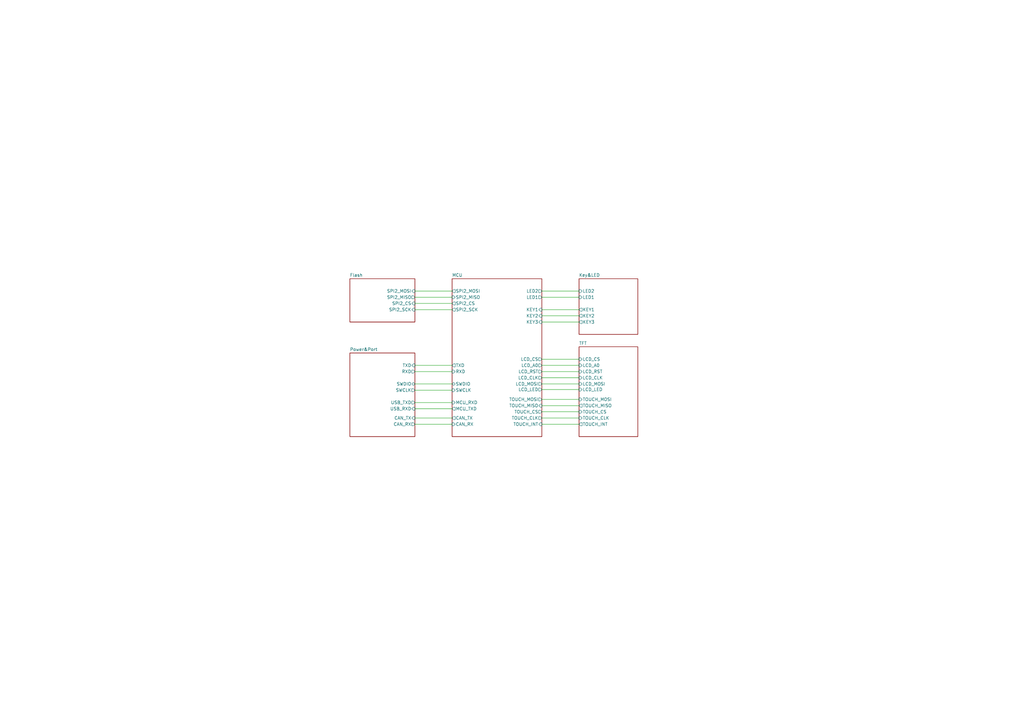
<source format=kicad_sch>
(kicad_sch (version 20230121) (generator eeschema)
  (paper "A3")
  (lib_symbols)
  (wire (pts (xy 222.25 132.08) (xy 237.49 132.08)))
  (wire (pts (xy 222.25 129.54) (xy 237.49 129.54)))
  (wire (pts (xy 170.18 165.1) (xy 185.42 165.1)))
  (wire (pts (xy 222.25 127) (xy 237.49 127)))
  (wire (pts (xy 222.25 171.45) (xy 237.49 171.45)))
  (wire (pts (xy 222.25 166.37) (xy 237.49 166.37)))
  (wire (pts (xy 222.25 152.4) (xy 237.49 152.4)))
  (wire (pts (xy 170.18 149.86) (xy 185.42 149.86)))
  (wire (pts (xy 222.25 168.91) (xy 237.49 168.91)))
  (wire (pts (xy 170.18 119.38) (xy 185.42 119.38)))
  (wire (pts (xy 170.18 167.64) (xy 185.42 167.64)))
  (wire (pts (xy 170.18 171.45) (xy 185.42 171.45)))
  (wire (pts (xy 222.25 119.38) (xy 237.49 119.38)))
  (wire (pts (xy 170.18 160.02) (xy 185.42 160.02)))
  (wire (pts (xy 170.18 152.4) (xy 185.42 152.4)))
  (wire (pts (xy 222.25 163.83) (xy 237.49 163.83)))
  (wire (pts (xy 170.18 173.99) (xy 185.42 173.99)))
  (wire (pts (xy 170.18 121.92) (xy 185.42 121.92)))
  (wire (pts (xy 222.25 149.86) (xy 237.49 149.86)))
  (wire (pts (xy 222.25 154.94) (xy 237.49 154.94)))
  (wire (pts (xy 222.25 121.92) (xy 237.49 121.92)))
  (wire (pts (xy 170.18 124.46) (xy 185.42 124.46)))
  (wire (pts (xy 222.25 173.99) (xy 237.49 173.99)))
  (wire (pts (xy 222.25 159.766) (xy 237.49 159.766)))
  (wire (pts (xy 222.25 147.32) (xy 237.49 147.32)))
  (wire (pts (xy 170.18 157.48) (xy 185.42 157.48)))
  (wire (pts (xy 170.18 127) (xy 185.42 127)))
  (wire (pts (xy 222.25 157.48) (xy 237.49 157.48)))
  (sheet (at 143.51 144.78) (size 26.67 34.29) (stroke (width 0.1524))
    (property "Sheetname" "Power&Port" (at 143.51 144.0684 0) (effects (justify left bottom)))
    (property "Sheetfile" "PowerAndPort.kicad_sch" (effects hide))
    (pin "TXD" input (at 170.18 149.86 0))
    (pin "RXD" output (at 170.18 152.4 0))
    (pin "SWDIO" bidirectional (at 170.18 157.48 0))
    (pin "SWCLK" output (at 170.18 160.02 0))
    (pin "USB_TXD" output (at 170.18 165.1 0))
    (pin "USB_RXD" input (at 170.18 167.64 0))
    (pin "CAN_TX" input (at 170.18 171.45 0))
    (pin "CAN_RX" output (at 170.18 173.99 0))
  )
  (sheet (at 237.49 114.3) (size 24.13 22.86) (stroke (width 0.1524))
    (property "Sheetname" "Key&LED" (at 237.49 113.5884 0) (effects (justify left bottom)))
    (property "Sheetfile" "KeyAndLed.kicad_sch" (effects hide))
    (pin "LED2" input (at 237.49 119.38 180))
    (pin "LED1" input (at 237.49 121.92 180))
    (pin "KEY1" output (at 237.49 127 180))
    (pin "KEY3" output (at 237.49 132.08 180))
    (pin "KEY2" output (at 237.49 129.54 180))
  )
  (sheet (at 237.49 142.24) (size 24.13 36.83) (stroke (width 0.1524))
    (property "Sheetname" "TFT" (at 237.49 141.5284 0) (effects (justify left bottom)))
    (property "Sheetfile" "TFT.kicad_sch" (effects hide))
    (pin "LCD_CS" input (at 237.49 147.32 180))
    (pin "LCD_A0" input (at 237.49 149.86 180))
    (pin "LCD_RST" input (at 237.49 152.4 180))
    (pin "LCD_MOSI" input (at 237.49 157.48 180))
    (pin "TOUCH_MOSI" input (at 237.49 163.83 180))
    (pin "TOUCH_MISO" output (at 237.49 166.37 180))
    (pin "LCD_CLK" input (at 237.49 154.94 180))
    (pin "TOUCH_INT" output (at 237.49 173.99 180))
    (pin "TOUCH_CLK" input (at 237.49 171.45 180))
    (pin "TOUCH_CS" input (at 237.49 168.91 180))
    (pin "LCD_LED" input (at 237.49 159.766 180))
  )
  (sheet (at 185.42 114.3) (size 36.83 64.77) (stroke (width 0.1524))
    (property "Sheetname" "MCU" (at 185.42 113.5884 0) (effects (justify left bottom)))
    (property "Sheetfile" "MCU.kicad_sch" (effects hide))
    (pin "TOUCH_INT" input (at 222.25 173.99 0))
    (pin "TOUCH_CS" output (at 222.25 168.91 0))
    (pin "SWDIO" bidirectional (at 185.42 157.48 180))
    (pin "SWCLK" input (at 185.42 160.02 180))
    (pin "LED1" output (at 222.25 121.92 0))
    (pin "TXD" output (at 185.42 149.86 180))
    (pin "RXD" input (at 185.42 152.4 180))
    (pin "LCD_CS" output (at 222.25 147.32 0))
    (pin "LED2" output (at 222.25 119.38 0))
    (pin "LCD_MOSI" output (at 222.25 157.48 0))
    (pin "CAN_RX" input (at 185.42 173.99 180))
    (pin "CAN_TX" output (at 185.42 171.45 180))
    (pin "LCD_CLK" output (at 222.25 154.94 0))
    (pin "LCD_A0" output (at 222.25 149.86 0))
    (pin "SPI2_MOSI" output (at 185.42 119.38 180))
    (pin "SPI2_MISO" input (at 185.42 121.92 180))
    (pin "SPI2_SCK" output (at 185.42 127 180))
    (pin "SPI2_CS" output (at 185.42 124.46 180))
    (pin "TOUCH_MOSI" output (at 222.25 163.83 0))
    (pin "TOUCH_CLK" output (at 222.25 171.45 0))
    (pin "TOUCH_MISO" input (at 222.25 166.37 0))
    (pin "LCD_RST" output (at 222.25 152.4 0))
    (pin "MCU_TXD" output (at 185.42 167.64 180))
    (pin "MCU_RXD" input (at 185.42 165.1 180))
    (pin "KEY1" input (at 222.25 127 0))
    (pin "KEY2" input (at 222.25 129.54 0))
    (pin "KEY3" input (at 222.25 132.08 0))
    (pin "LCD_LED" output (at 222.25 159.766 0))
  )
  (sheet (at 143.51 114.3) (size 26.67 17.78) (stroke (width 0.1524))
    (property "Sheetname" "Flash" (at 143.51 113.5884 0) (effects (justify left bottom)))
    (property "Sheetfile" "Flash.kicad_sch" (effects hide))
    (pin "SPI2_MOSI" input (at 170.18 119.38 0))
    (pin "SPI2_MISO" output (at 170.18 121.92 0))
    (pin "SPI2_CS" input (at 170.18 124.46 0))
    (pin "SPI2_SCK" input (at 170.18 127 0))
  )
)
</source>
